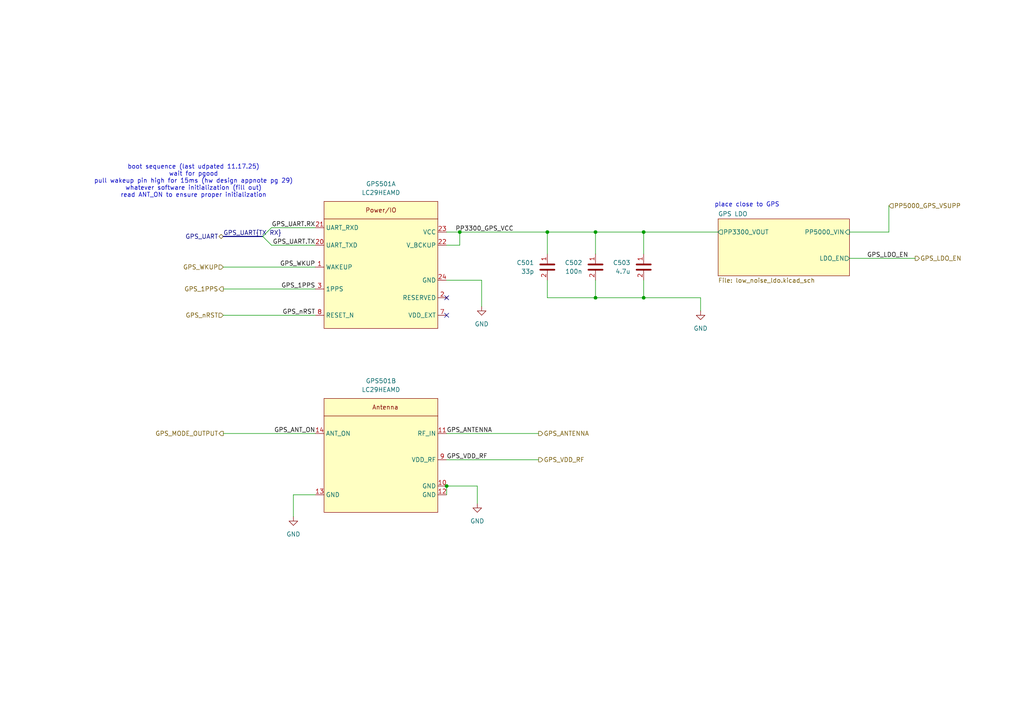
<source format=kicad_sch>
(kicad_sch (version 20250114) (generator "eeschema") (generator_version "9.0")
  (paper "A4")
  (lib_symbols
    (symbol "LC29HEAMD_1"
      (property "Reference" "GPS" (at 0 20.32 0))
      (property "Value" "LC29HEAMD" (at 0 17.78 0))
      (symbol "LC29HEAMD_1_1_0"
        (pin no_connect line (at -19.05 -11.43 0) (length 2.54) (hide yes) (name "RESERVED") (number "15"))
        (pin no_connect line (at -19.05 -11.43 0) (length 2.54) (hide yes) (name "RESERVED") (number "16"))
        (pin no_connect line (at -19.05 -11.43 0) (length 2.54) (hide yes) (name "RESERVED") (number "17"))
        (pin no_connect line (at -19.05 -11.43 0) (length 2.54) (hide yes) (name "RESERVED") (number "18"))
        (pin no_connect line (at -19.05 -11.43 0) (length 2.54) (hide yes) (name "RESERVED") (number "19"))
        (pin no_connect line (at -19.05 -11.43 0) (length 2.54) (hide yes) (name "RESERVED") (number "4"))
        (pin no_connect line (at -19.05 -11.43 0) (length 2.54) (hide yes) (name "RESERVED") (number "5"))
        (pin no_connect line (at -19.05 -11.43 0) (length 2.54) (hide yes) (name "RESERVED") (number "6"))
      )
      (symbol "LC29HEAMD_1_1_1"
        (rectangle (start -16.51 16.51) (end 16.51 -20.32) (fill (type color) (color 255 255 194 1)))
        (polyline (pts (xy 16.51 11.43) (xy -16.51 11.43)))
        (text "Power/IO" (at 0 13.97 0) (effects (font (size 1.27 1.27))))
        (pin power_in line (at -19.05 7.62 0) (length 2.54) (name "VCC") (number "23"))
        (pin power_in line (at -19.05 3.81 0) (length 2.54) (name "V_BCKUP") (number "22"))
        (pin power_in line (at -19.05 -6.35 0) (length 2.54) (name "GND") (number "24"))
        (pin no_connect line (at -19.05 -11.43 0) (length 2.54) (name "RESERVED") (number "2"))
        (pin power_out line (at -19.05 -16.51 0) (length 2.54) (name "VDD_EXT") (number "7"))
        (pin input line (at 19.05 8.89 180) (length 2.54) (name "UART_RXD") (number "21"))
        (pin input line (at 19.05 3.81 180) (length 2.54) (name "UART_TXD") (number "20"))
        (pin input line (at 19.05 -2.54 180) (length 2.54) (name "WAKEUP") (number "1"))
        (pin output line (at 19.05 -8.89 180) (length 2.54) (name "1PPS") (number "3"))
        (pin input line (at 19.05 -16.51 180) (length 2.54) (name "RESET_N") (number "8"))
      )
      (symbol "LC29HEAMD_1_2_1"
        (rectangle (start -16.51 16.51) (end 16.51 -16.51) (fill (type color) (color 255 255 194 1)))
        (polyline (pts (xy -16.51 11.43) (xy 16.51 11.43)))
        (text "Antenna" (at -1.27 13.97 0) (effects (font (size 1.27 1.27))))
        (pin input line (at -19.05 6.35 0) (length 2.54) (name "RF_IN") (number "11"))
        (pin passive line (at -19.05 -8.89 0) (length 2.54) (name "GND") (number "10"))
        (pin passive line (at -19.05 -11.43 0) (length 2.54) (name "GND") (number "12"))
        (pin input line (at 19.05 6.35 180) (length 2.54) (name "ANT_ON") (number "14"))
        (pin input line (at 19.05 -2.54 180) (length 2.54) (name "VDD_RF") (number "9"))
        (pin power_in line (at 19.05 -11.43 180) (length 2.54) (name "GND") (number "13"))
      )
    )
    (symbol "bfr_capacitors:0402CG330J500NT"
      (property "Reference" "C" (at 0 2.54 0))
      (property "Value" "33p" (at 1.27 2.54 0))
      (symbol "0402CG330J500NT_0_1"
        (polyline (pts (xy -2.032 0.762) (xy 2.032 0.762)) (stroke (width 0.508)))
        (polyline (pts (xy -2.032 -0.762) (xy 2.032 -0.762)) (stroke (width 0.508)))
      )
      (symbol "0402CG330J500NT_1_1"
        (pin passive line (at 0 3.81 270) (length 2.794) (name "~") (number "1"))
        (pin passive line (at 0 -3.81 90) (length 2.794) (name "~") (number "2"))
      )
    )
    (symbol "bfr_capacitors:CL05B104KO5NNNC"
      (property "Reference" "C" (at 0 2.54 0))
      (property "Value" "100n" (at 1.27 2.54 0))
      (symbol "CL05B104KO5NNNC_0_1"
        (polyline (pts (xy -2.032 0.762) (xy 2.032 0.762)) (stroke (width 0.508)))
        (polyline (pts (xy -2.032 -0.762) (xy 2.032 -0.762)) (stroke (width 0.508)))
      )
      (symbol "CL05B104KO5NNNC_1_1"
        (pin passive line (at 0 3.81 270) (length 2.794) (name "~") (number "1"))
        (pin passive line (at 0 -3.81 90) (length 2.794) (name "~") (number "2"))
      )
    )
    (symbol "bfr_capacitors:CL10A475KO8NNNC"
      (property "Reference" "C" (at 0 2.54 0))
      (property "Value" "4.7u" (at 1.27 2.54 0))
      (symbol "CL10A475KO8NNNC_0_1"
        (polyline (pts (xy -2.032 0.762) (xy 2.032 0.762)) (stroke (width 0.508)))
        (polyline (pts (xy -2.032 -0.762) (xy 2.032 -0.762)) (stroke (width 0.508)))
      )
      (symbol "CL10A475KO8NNNC_1_1"
        (pin passive line (at 0 3.81 270) (length 2.794) (name "~") (number "1"))
        (pin passive line (at 0 -3.81 90) (length 2.794) (name "~") (number "2"))
      )
    )
    (symbol "bfr_utilities:LC29HEAMD"
      (property "Reference" "GPS" (at 0 20.32 0))
      (property "Value" "LC29HEAMD" (at 0 17.78 0))
      (symbol "LC29HEAMD_1_0"
        (pin no_connect line (at -19.05 -11.43 0) (length 2.54) (hide yes) (name "RESERVED") (number "15"))
        (pin no_connect line (at -19.05 -11.43 0) (length 2.54) (hide yes) (name "RESERVED") (number "16"))
        (pin no_connect line (at -19.05 -11.43 0) (length 2.54) (hide yes) (name "RESERVED") (number "17"))
        (pin no_connect line (at -19.05 -11.43 0) (length 2.54) (hide yes) (name "RESERVED") (number "18"))
        (pin no_connect line (at -19.05 -11.43 0) (length 2.54) (hide yes) (name "RESERVED") (number "19"))
        (pin no_connect line (at -19.05 -11.43 0) (length 2.54) (hide yes) (name "RESERVED") (number "4"))
        (pin no_connect line (at -19.05 -11.43 0) (length 2.54) (hide yes) (name "RESERVED") (number "5"))
        (pin no_connect line (at -19.05 -11.43 0) (length 2.54) (hide yes) (name "RESERVED") (number "6"))
      )
      (symbol "LC29HEAMD_1_1"
        (rectangle (start -16.51 16.51) (end 16.51 -20.32) (fill (type color) (color 255 255 194 1)))
        (polyline (pts (xy 16.51 11.43) (xy -16.51 11.43)))
        (text "Power/IO" (at 0 13.97 0) (effects (font (size 1.27 1.27))))
        (pin power_in line (at -19.05 7.62 0) (length 2.54) (name "VCC") (number "23"))
        (pin power_in line (at -19.05 3.81 0) (length 2.54) (name "V_BCKUP") (number "22"))
        (pin power_in line (at -19.05 -6.35 0) (length 2.54) (name "GND") (number "24"))
        (pin no_connect line (at -19.05 -11.43 0) (length 2.54) (name "RESERVED") (number "2"))
        (pin power_out line (at -19.05 -16.51 0) (length 2.54) (name "VDD_EXT") (number "7"))
        (pin input line (at 19.05 8.89 180) (length 2.54) (name "UART_RXD") (number "21"))
        (pin input line (at 19.05 3.81 180) (length 2.54) (name "UART_TXD") (number "20"))
        (pin input line (at 19.05 -2.54 180) (length 2.54) (name "WAKEUP") (number "1"))
        (pin output line (at 19.05 -8.89 180) (length 2.54) (name "1PPS") (number "3"))
        (pin input line (at 19.05 -16.51 180) (length 2.54) (name "RESET_N") (number "8"))
      )
      (symbol "LC29HEAMD_2_1"
        (rectangle (start -16.51 16.51) (end 16.51 -16.51) (fill (type color) (color 255 255 194 1)))
        (polyline (pts (xy -16.51 11.43) (xy 16.51 11.43)))
        (text "Antenna" (at -1.27 13.97 0) (effects (font (size 1.27 1.27))))
        (pin input line (at -19.05 6.35 0) (length 2.54) (name "RF_IN") (number "11"))
        (pin input line (at -19.05 -1.27 0) (length 2.54) (name "VDD_RF") (number "9"))
        (pin passive line (at -19.05 -8.89 0) (length 2.54) (name "GND") (number "10"))
        (pin passive line (at -19.05 -11.43 0) (length 2.54) (name "GND") (number "12"))
        (pin input line (at 19.05 6.35 180) (length 2.54) (name "ANT_ON") (number "14"))
        (pin power_in line (at 19.05 -11.43 180) (length 2.54) (name "GND") (number "13"))
      )
    )
    (symbol "power:GND" (power) (pin_numbers (hide yes)) (pin_names (offset 0) (hide yes))
      (property "Value" "GND" (at 0 -3.81 0))
      (symbol "GND_0_1"
        (polyline (pts (xy 0 0) (xy 0 -1.27) (xy 1.27 -1.27) (xy 0 -2.54) (xy -1.27 -1.27) (xy 0 -1.27)))
      )
      (symbol "GND_1_1"
        (pin power_in line (at 0 0 270) (length 0) (name "~") (number "1"))
      )
    )
  )
  (text "boot sequence (last udpated 11.17.25)\nwait for pgood\npull wakeup pin high for 15ms (hw design appnote pg 29)\nwhatever software initialization (fill out)\nread ANT_ON to ensure proper initialization" (at 56.134 52.578 0) (effects (font (size 1.27 1.27))))
  (text "place close to GPS" (at 216.662 59.436 0) (effects (font (size 1.27 1.27))))
  (junction (at 133.35 67.31))
  (junction (at 186.69 86.36))
  (junction (at 158.75 67.31))
  (junction (at 186.69 67.31))
  (junction (at 172.72 86.36))
  (junction (at 129.54 140.97))
  (junction (at 172.72 67.31))
  (no_connect (at 129.54 91.44))
  (no_connect (at 129.54 86.36))
  (bus_entry (at 78.74 66.04) (size -2.54 2.54))
  (bus_entry (at 78.74 71.12) (size -2.54 -2.54))
  (wire (pts (xy 138.43 140.97) (xy 138.43 146.05)))
  (wire (pts (xy 186.69 67.31) (xy 208.28 67.31)))
  (wire (pts (xy 158.75 81.28) (xy 158.75 86.36)))
  (wire (pts (xy 129.54 67.31) (xy 133.35 67.31)))
  (wire (pts (xy 85.09 143.51) (xy 91.44 143.51)))
  (wire (pts (xy 186.69 81.28) (xy 186.69 86.36)))
  (wire (pts (xy 64.77 125.73) (xy 91.44 125.73)))
  (wire (pts (xy 172.72 67.31) (xy 186.69 67.31)))
  (wire (pts (xy 129.54 140.97) (xy 138.43 140.97)))
  (wire (pts (xy 64.77 77.47) (xy 91.44 77.47)))
  (wire (pts (xy 64.77 83.82) (xy 91.44 83.82)))
  (wire (pts (xy 133.35 71.12) (xy 133.35 67.31)))
  (bus (pts (xy 64.77 68.58) (xy 76.2 68.58)))
  (wire (pts (xy 129.54 125.73) (xy 156.21 125.73)))
  (wire (pts (xy 129.54 71.12) (xy 133.35 71.12)))
  (wire (pts (xy 203.2 90.17) (xy 203.2 86.36)))
  (wire (pts (xy 139.7 88.9) (xy 139.7 81.28)))
  (wire (pts (xy 172.72 81.28) (xy 172.72 86.36)))
  (wire (pts (xy 129.54 133.35) (xy 156.21 133.35)))
  (wire (pts (xy 172.72 86.36) (xy 186.69 86.36)))
  (wire (pts (xy 78.74 66.04) (xy 91.44 66.04)))
  (wire (pts (xy 158.75 67.31) (xy 172.72 67.31)))
  (wire (pts (xy 133.35 67.31) (xy 158.75 67.31)))
  (wire (pts (xy 64.77 91.44) (xy 91.44 91.44)))
  (wire (pts (xy 158.75 67.31) (xy 158.75 73.66)))
  (wire (pts (xy 246.38 67.31) (xy 257.81 67.31)))
  (wire (pts (xy 139.7 81.28) (xy 129.54 81.28)))
  (wire (pts (xy 186.69 86.36) (xy 203.2 86.36)))
  (wire (pts (xy 186.69 67.31) (xy 186.69 73.66)))
  (wire (pts (xy 78.74 71.12) (xy 91.44 71.12)))
  (wire (pts (xy 158.75 86.36) (xy 172.72 86.36)))
  (wire (pts (xy 85.09 149.86) (xy 85.09 143.51)))
  (wire (pts (xy 129.54 140.97) (xy 129.54 143.51)))
  (wire (pts (xy 257.81 59.69) (xy 257.81 67.31)))
  (wire (pts (xy 172.72 67.31) (xy 172.72 73.66)))
  (wire (pts (xy 246.38 74.93) (xy 265.43 74.93)))
  (label "GPS_nRST" (at 91.44 91.44 180))
  (label "GPS_1PPS" (at 91.44 83.82 180))
  (label "GPS_VDD_RF" (at 129.54 133.35 0))
  (label "GPS_UART{TX RX}" (at 64.77 68.58 0))
  (label "GPS_UART.RX" (at 91.44 66.04 180))
  (label "GPS_UART.TX" (at 91.44 71.12 180))
  (label "GPS_LDO_EN" (at 251.46 74.93 0))
  (label "PP3300_GPS_VCC" (at 132.08 67.31 0))
  (label "GPS_ANT_ON" (at 91.44 125.73 180))
  (label "GPS_WKUP" (at 91.44 77.47 180))
  (label "GPS_ANTENNA" (at 129.54 125.73 0))
  (hierarchical_label "GPS_UART" (shape bidirectional) (at 64.77 68.58 180))
  (hierarchical_label "GPS_LDO_EN" (shape output) (at 265.43 74.93 0))
  (hierarchical_label "GPS_nRST" (shape input) (at 64.77 91.44 180))
  (hierarchical_label "GPS_VDD_RF" (shape output) (at 156.21 133.35 0))
  (hierarchical_label "PP5000_GPS_VSUPP" (shape input) (at 257.81 59.69 0))
  (hierarchical_label "GPS_MODE_OUTPUT" (shape output) (at 64.77 125.73 180))
  (hierarchical_label "GPS_WKUP" (shape input) (at 64.77 77.47 180))
  (hierarchical_label "GPS_1PPS" (shape output) (at 64.77 83.82 180))
  (hierarchical_label "GPS_ANTENNA" (shape output) (at 156.21 125.73 0))
  (symbol (lib_id "bfr_capacitors:0402CG330J500NT") (at 158.75 77.47 0) (mirror y) (unit 1)
    (property "Reference" "C501" (at 154.94 76.1999 0) (effects (justify left)))
    (property "Value" "33p" (at 154.94 78.7399 0) (effects (justify left)))
    (property "Footprint" "Capacitor_SMD:C_0402_1005Metric_Pad0.74x0.62mm_HandSolder" (effects (hide yes)))
    (property "Description" "33pF±5% C0G 50V JLCPCB Basic 0402 Capacitor" (effects (hide yes)))
    (property "Sim.Device" "SUBCKT" (effects (hide yes)))
    (property "Sim.Pins" "1=P1 2=P2" (effects (hide yes)))
    (property "Sim.Library" "${BFRUH_DIR}/Electronics/spice_models/bfr_capacitors/0402CG330J500NT.lib" (effects (hide yes)))
    (property "Sim.Name" "0402CG330J500NT" (effects (hide yes)))
    (property "Pretty Name" "33pF C0G 50V 0402 Capacitor" (effects (hide yes)))
    (property "Order From" "LCSC" (effects (hide yes)))
    (property "LCSC P/N" "C1562" (effects (hide yes)))
    (property "JLCPCB Basic Part" "Yes" (effects (hide yes)))
    (property "Created by" "capacitor_generator.py script using jlcbasic_additional_capacitor_spec.txt" (effects (hide yes)))
  )
  (symbol (lib_id "bfr_capacitors:CL10A475KO8NNNC") (at 186.69 77.47 0) (mirror y) (unit 1)
    (property "Reference" "C503" (at 182.88 76.1999 0) (effects (justify left)))
    (property "Value" "4.7u" (at 182.88 78.7399 0) (effects (justify left)))
    (property "Footprint" "Capacitor_SMD:C_0603_1608Metric_Pad1.08x0.95mm_HandSolder" (effects (hide yes)))
    (property "Description" "4.7uF±10% X5R 16V JLCPCB Basic 0603 Capacitor" (effects (hide yes)))
    (property "Sim.Device" "SUBCKT" (effects (hide yes)))
    (property "Sim.Pins" "1=P1 2=P2" (effects (hide yes)))
    (property "Sim.Library" "${BFRUH_DIR}/Electronics/spice_models/bfr_capacitors/CL10A475KO8NNNC.lib" (effects (hide yes)))
    (property "Sim.Name" "CL10A475KO8NNNC" (effects (hide yes)))
    (property "Pretty Name" "4.7uF X5R 16V 0603 Capacitor" (effects (hide yes)))
    (property "Order From" "LCSC" (effects (hide yes)))
    (property "LCSC P/N" "C19666" (effects (hide yes)))
    (property "JLCPCB Basic Part" "Yes" (effects (hide yes)))
    (property "Created by" "capacitor_generator.py script using jlcbasic_additional_capacitor_spec.txt" (effects (hide yes)))
  )
  (symbol (lib_id "power:GND") (at 85.09 149.86 0) (unit 1)
    (property "Reference" "#PWR0501" (effects (hide yes)))
    (property "Value" "GND" (at 85.09 154.94 0))
    (property "Description" "Power symbol creates a global label with name \"GND\" , ground" (effects (hide yes)))
  )
  (symbol (lib_name "LC29HEAMD_1") (lib_id "bfr_utilities:LC29HEAMD") (at 110.49 74.93 0) (mirror y) (unit 1)
    (property "Reference" "GPS501" (at 110.49 53.34 0))
    (property "Value" "LC29HEAMD" (at 110.49 55.88 0))
    (property "Datasheet" "https://www.quectel.com/product/gnss-lc29h" (effects (hide yes)))
    (property "Description" "GPS GNSS RTK, internal LNA and SAW filter, 1cm +-1ppm RTK translational accuracy, 0.2deg heading accuracy, 10s RTK settling time" (effects (hide yes)))
  )
  (symbol (lib_id "power:GND") (at 139.7 88.9 0) (unit 1)
    (property "Reference" "#PWR0503" (effects (hide yes)))
    (property "Value" "GND" (at 139.7 93.98 0))
    (property "Description" "Power symbol creates a global label with name \"GND\" , ground" (effects (hide yes)))
  )
  (symbol (lib_id "power:GND") (at 138.43 146.05 0) (unit 1)
    (property "Reference" "#PWR0502" (effects (hide yes)))
    (property "Value" "GND" (at 138.43 151.13 0))
    (property "Description" "Power symbol creates a global label with name \"GND\" , ground" (effects (hide yes)))
  )
  (symbol (lib_id "bfr_capacitors:CL05B104KO5NNNC") (at 172.72 77.47 0) (mirror y) (unit 1)
    (property "Reference" "C502" (at 168.91 76.1999 0) (effects (justify left)))
    (property "Value" "100n" (at 168.91 78.7399 0) (effects (justify left)))
    (property "Footprint" "Capacitor_SMD:C_0402_1005Metric_Pad0.74x0.62mm_HandSolder" (effects (hide yes)))
    (property "Description" "100nF±10% X7R 16V JLCPCB Basic 0402 Capacitor" (effects (hide yes)))
    (property "Sim.Device" "SUBCKT" (effects (hide yes)))
    (property "Sim.Pins" "1=P1 2=P2" (effects (hide yes)))
    (property "Sim.Library" "${BFRUH_DIR}/Electronics/spice_models/bfr_capacitors/CL05B104KO5NNNC.lib" (effects (hide yes)))
    (property "Sim.Name" "CL05B104KO5NNNC" (effects (hide yes)))
    (property "Pretty Name" "100nF X7R 16V 0402 Capacitor" (effects (hide yes)))
    (property "Order From" "LCSC" (effects (hide yes)))
    (property "LCSC P/N" "C1525" (effects (hide yes)))
    (property "JLCPCB Basic Part" "Yes" (effects (hide yes)))
    (property "Created by" "capacitor_generator.py script using jlcbasic_additional_capacitor_spec.txt" (effects (hide yes)))
  )
  (symbol (lib_id "power:GND") (at 203.2 90.17 0) (unit 1)
    (property "Reference" "#PWR0504" (effects (hide yes)))
    (property "Value" "GND" (at 203.2 95.25 0))
    (property "Description" "Power symbol creates a global label with name \"GND\" , ground" (effects (hide yes)))
  )
  (symbol (lib_id "bfr_utilities:LC29HEAMD") (at 110.49 132.08 0) (mirror y) (unit 2)
    (property "Reference" "GPS501" (at 110.49 110.49 0))
    (property "Value" "LC29HEAMD" (at 110.49 113.03 0))
    (property "Datasheet" "https://www.quectel.com/product/gnss-lc29h" (effects (hide yes)))
    (property "Description" "GPS GNSS RTK, internal LNA and SAW filter, 1cm +-1ppm RTK translational accuracy, 0.2deg heading accuracy, 10s RTK settling time" (effects (hide yes)))
  )
  (sheet (at 208.28 63.5) (size 38.1 16.51) (stroke (width 0.1524) (color 132 0 0 1)) (fill (color 255 255 194 1.0000))
    (property "Sheetname" "GPS LDO" (at 208.28 62.7884 0) (effects (justify left bottom)))
    (property "Sheetfile" "low_noise_ldo.kicad_sch" (at 208.28 80.5946 0) (effects (justify left top)))
    (pin "PP5000_VIN" input (at 246.38 67.31 0))
    (pin "PP3300_VOUT" output (at 208.28 67.31 180))
    (pin "LDO_EN" output (at 246.38 74.93 0))
  )
)
</source>
